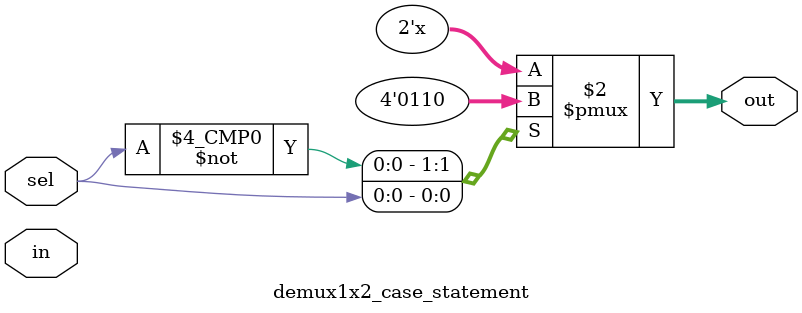
<source format=v>
`timescale 1ns / 1ps
module demux1x2_case_statement(input in,sel,output reg[1:0]out);
always@*
begin
case(sel)
1'b0:
    begin 
        out=2'b01;
      
    end
1'b1:
    begin
        out=2'b10;
    end 
    default :out=2'bxx;
endcase
end
endmodule

</source>
